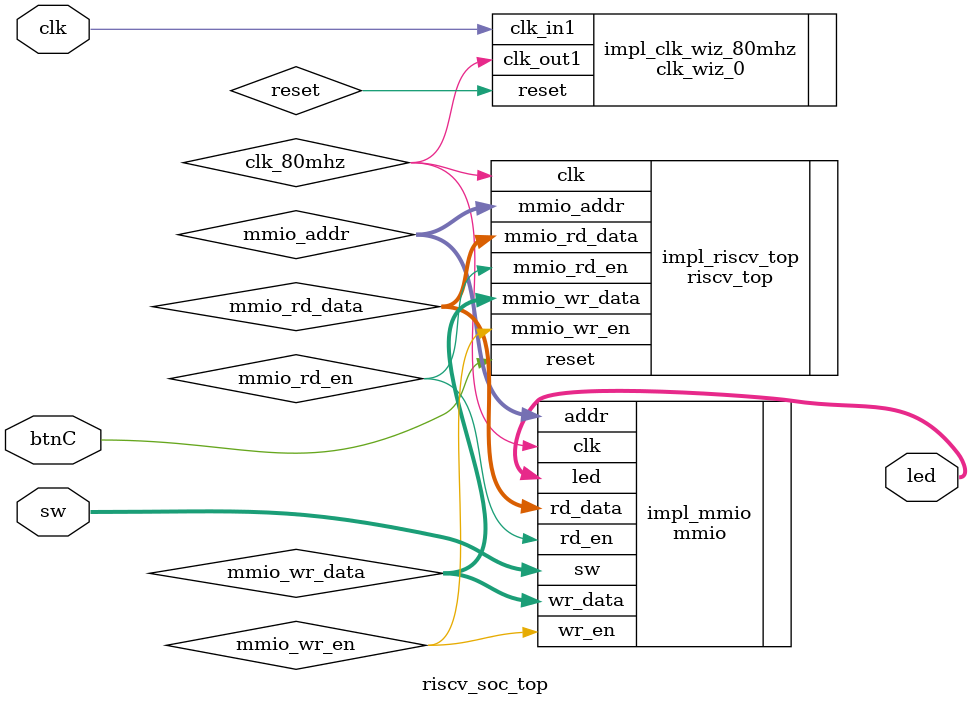
<source format=sv>
`timescale 1ns / 1ps


module riscv_soc_top(
    input logic clk,
    input logic btnC,
    output logic[15:0] led,
    input logic[15:0] sw
    );
    
    
    logic[3:0] mmio_addr;
    logic mmio_rd_en;
    logic mmio_wr_en;
    logic[7:0] mmio_wr_data;
    logic[7:0] mmio_rd_data;
    
    logic clk_80mhz;
    
    clk_wiz_0 impl_clk_wiz_80mhz (
        .clk_in1(clk),
        .reset(reset),
        .clk_out1(clk_80mhz)
    );
    
    riscv_top impl_riscv_top (
        .clk(clk_80mhz),
        .reset(btnC),
        
        .mmio_addr(mmio_addr),
        .mmio_rd_en(mmio_rd_en),
        .mmio_wr_en(mmio_wr_en),
        .mmio_wr_data(mmio_wr_data),
        .mmio_rd_data(mmio_rd_data)
    );
    
    mmio impl_mmio(
        .clk(clk_80mhz),
        .wr_en(mmio_wr_en),
        .rd_en(mmio_rd_en),
        .addr(mmio_addr[3:0]),
        .wr_data(mmio_wr_data),
        .rd_data(mmio_rd_data),
        
        .sw(sw),
        .led(led)
    );
    
endmodule

</source>
